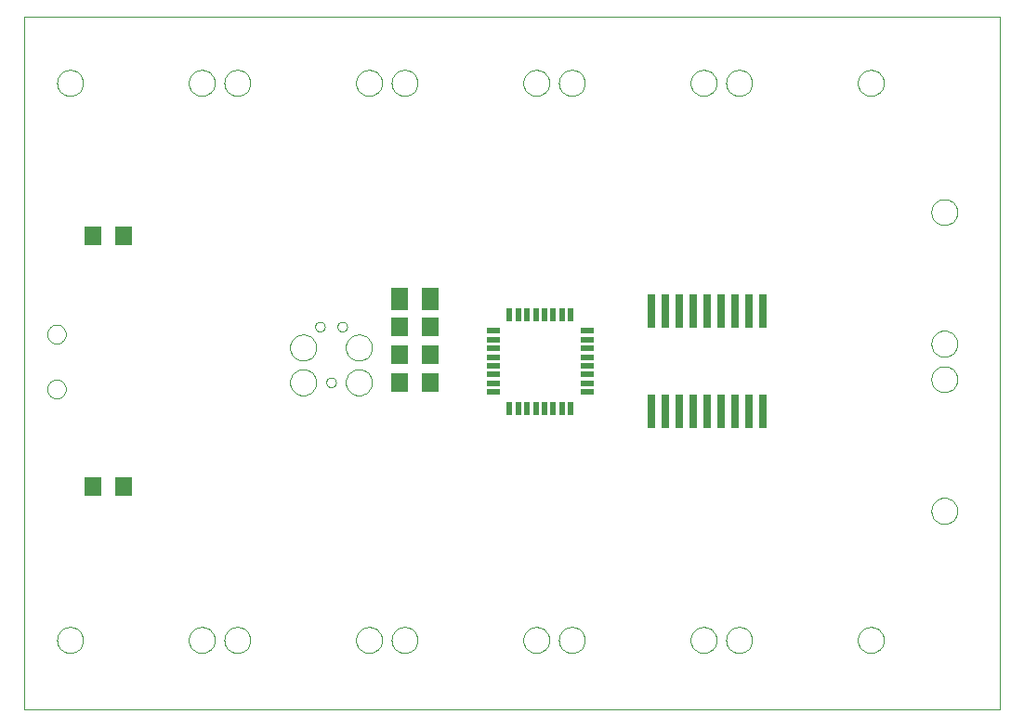
<source format=gbp>
G75*
G70*
%OFA0B0*%
%FSLAX24Y24*%
%IPPOS*%
%LPD*%
%AMOC8*
5,1,8,0,0,1.08239X$1,22.5*
%
%ADD10C,0.0000*%
%ADD11R,0.0500X0.0220*%
%ADD12R,0.0220X0.0500*%
%ADD13R,0.0630X0.0787*%
%ADD14R,0.0630X0.0709*%
%ADD15R,0.0260X0.1200*%
D10*
X000349Y000100D02*
X000349Y024971D01*
X035344Y024971D01*
X035344Y000100D01*
X000349Y000100D01*
X001522Y002600D02*
X001524Y002643D01*
X001530Y002685D01*
X001540Y002727D01*
X001553Y002768D01*
X001571Y002807D01*
X001592Y002845D01*
X001616Y002880D01*
X001643Y002913D01*
X001674Y002944D01*
X001707Y002971D01*
X001742Y002995D01*
X001780Y003016D01*
X001819Y003034D01*
X001860Y003047D01*
X001902Y003057D01*
X001944Y003063D01*
X001987Y003065D01*
X002030Y003063D01*
X002072Y003057D01*
X002114Y003047D01*
X002155Y003034D01*
X002194Y003016D01*
X002232Y002995D01*
X002267Y002971D01*
X002300Y002944D01*
X002331Y002913D01*
X002358Y002880D01*
X002382Y002845D01*
X002403Y002807D01*
X002421Y002768D01*
X002434Y002727D01*
X002444Y002685D01*
X002450Y002643D01*
X002452Y002600D01*
X002450Y002557D01*
X002444Y002515D01*
X002434Y002473D01*
X002421Y002432D01*
X002403Y002393D01*
X002382Y002355D01*
X002358Y002320D01*
X002331Y002287D01*
X002300Y002256D01*
X002267Y002229D01*
X002232Y002205D01*
X002194Y002184D01*
X002155Y002166D01*
X002114Y002153D01*
X002072Y002143D01*
X002030Y002137D01*
X001987Y002135D01*
X001944Y002137D01*
X001902Y002143D01*
X001860Y002153D01*
X001819Y002166D01*
X001780Y002184D01*
X001742Y002205D01*
X001707Y002229D01*
X001674Y002256D01*
X001643Y002287D01*
X001616Y002320D01*
X001592Y002355D01*
X001571Y002393D01*
X001553Y002432D01*
X001540Y002473D01*
X001530Y002515D01*
X001524Y002557D01*
X001522Y002600D01*
X006247Y002600D02*
X006249Y002643D01*
X006255Y002685D01*
X006265Y002727D01*
X006278Y002768D01*
X006296Y002807D01*
X006317Y002845D01*
X006341Y002880D01*
X006368Y002913D01*
X006399Y002944D01*
X006432Y002971D01*
X006467Y002995D01*
X006505Y003016D01*
X006544Y003034D01*
X006585Y003047D01*
X006627Y003057D01*
X006669Y003063D01*
X006712Y003065D01*
X006755Y003063D01*
X006797Y003057D01*
X006839Y003047D01*
X006880Y003034D01*
X006919Y003016D01*
X006957Y002995D01*
X006992Y002971D01*
X007025Y002944D01*
X007056Y002913D01*
X007083Y002880D01*
X007107Y002845D01*
X007128Y002807D01*
X007146Y002768D01*
X007159Y002727D01*
X007169Y002685D01*
X007175Y002643D01*
X007177Y002600D01*
X007175Y002557D01*
X007169Y002515D01*
X007159Y002473D01*
X007146Y002432D01*
X007128Y002393D01*
X007107Y002355D01*
X007083Y002320D01*
X007056Y002287D01*
X007025Y002256D01*
X006992Y002229D01*
X006957Y002205D01*
X006919Y002184D01*
X006880Y002166D01*
X006839Y002153D01*
X006797Y002143D01*
X006755Y002137D01*
X006712Y002135D01*
X006669Y002137D01*
X006627Y002143D01*
X006585Y002153D01*
X006544Y002166D01*
X006505Y002184D01*
X006467Y002205D01*
X006432Y002229D01*
X006399Y002256D01*
X006368Y002287D01*
X006341Y002320D01*
X006317Y002355D01*
X006296Y002393D01*
X006278Y002432D01*
X006265Y002473D01*
X006255Y002515D01*
X006249Y002557D01*
X006247Y002600D01*
X007522Y002600D02*
X007524Y002643D01*
X007530Y002685D01*
X007540Y002727D01*
X007553Y002768D01*
X007571Y002807D01*
X007592Y002845D01*
X007616Y002880D01*
X007643Y002913D01*
X007674Y002944D01*
X007707Y002971D01*
X007742Y002995D01*
X007780Y003016D01*
X007819Y003034D01*
X007860Y003047D01*
X007902Y003057D01*
X007944Y003063D01*
X007987Y003065D01*
X008030Y003063D01*
X008072Y003057D01*
X008114Y003047D01*
X008155Y003034D01*
X008194Y003016D01*
X008232Y002995D01*
X008267Y002971D01*
X008300Y002944D01*
X008331Y002913D01*
X008358Y002880D01*
X008382Y002845D01*
X008403Y002807D01*
X008421Y002768D01*
X008434Y002727D01*
X008444Y002685D01*
X008450Y002643D01*
X008452Y002600D01*
X008450Y002557D01*
X008444Y002515D01*
X008434Y002473D01*
X008421Y002432D01*
X008403Y002393D01*
X008382Y002355D01*
X008358Y002320D01*
X008331Y002287D01*
X008300Y002256D01*
X008267Y002229D01*
X008232Y002205D01*
X008194Y002184D01*
X008155Y002166D01*
X008114Y002153D01*
X008072Y002143D01*
X008030Y002137D01*
X007987Y002135D01*
X007944Y002137D01*
X007902Y002143D01*
X007860Y002153D01*
X007819Y002166D01*
X007780Y002184D01*
X007742Y002205D01*
X007707Y002229D01*
X007674Y002256D01*
X007643Y002287D01*
X007616Y002320D01*
X007592Y002355D01*
X007571Y002393D01*
X007553Y002432D01*
X007540Y002473D01*
X007530Y002515D01*
X007524Y002557D01*
X007522Y002600D01*
X012247Y002600D02*
X012249Y002643D01*
X012255Y002685D01*
X012265Y002727D01*
X012278Y002768D01*
X012296Y002807D01*
X012317Y002845D01*
X012341Y002880D01*
X012368Y002913D01*
X012399Y002944D01*
X012432Y002971D01*
X012467Y002995D01*
X012505Y003016D01*
X012544Y003034D01*
X012585Y003047D01*
X012627Y003057D01*
X012669Y003063D01*
X012712Y003065D01*
X012755Y003063D01*
X012797Y003057D01*
X012839Y003047D01*
X012880Y003034D01*
X012919Y003016D01*
X012957Y002995D01*
X012992Y002971D01*
X013025Y002944D01*
X013056Y002913D01*
X013083Y002880D01*
X013107Y002845D01*
X013128Y002807D01*
X013146Y002768D01*
X013159Y002727D01*
X013169Y002685D01*
X013175Y002643D01*
X013177Y002600D01*
X013175Y002557D01*
X013169Y002515D01*
X013159Y002473D01*
X013146Y002432D01*
X013128Y002393D01*
X013107Y002355D01*
X013083Y002320D01*
X013056Y002287D01*
X013025Y002256D01*
X012992Y002229D01*
X012957Y002205D01*
X012919Y002184D01*
X012880Y002166D01*
X012839Y002153D01*
X012797Y002143D01*
X012755Y002137D01*
X012712Y002135D01*
X012669Y002137D01*
X012627Y002143D01*
X012585Y002153D01*
X012544Y002166D01*
X012505Y002184D01*
X012467Y002205D01*
X012432Y002229D01*
X012399Y002256D01*
X012368Y002287D01*
X012341Y002320D01*
X012317Y002355D01*
X012296Y002393D01*
X012278Y002432D01*
X012265Y002473D01*
X012255Y002515D01*
X012249Y002557D01*
X012247Y002600D01*
X013522Y002600D02*
X013524Y002643D01*
X013530Y002685D01*
X013540Y002727D01*
X013553Y002768D01*
X013571Y002807D01*
X013592Y002845D01*
X013616Y002880D01*
X013643Y002913D01*
X013674Y002944D01*
X013707Y002971D01*
X013742Y002995D01*
X013780Y003016D01*
X013819Y003034D01*
X013860Y003047D01*
X013902Y003057D01*
X013944Y003063D01*
X013987Y003065D01*
X014030Y003063D01*
X014072Y003057D01*
X014114Y003047D01*
X014155Y003034D01*
X014194Y003016D01*
X014232Y002995D01*
X014267Y002971D01*
X014300Y002944D01*
X014331Y002913D01*
X014358Y002880D01*
X014382Y002845D01*
X014403Y002807D01*
X014421Y002768D01*
X014434Y002727D01*
X014444Y002685D01*
X014450Y002643D01*
X014452Y002600D01*
X014450Y002557D01*
X014444Y002515D01*
X014434Y002473D01*
X014421Y002432D01*
X014403Y002393D01*
X014382Y002355D01*
X014358Y002320D01*
X014331Y002287D01*
X014300Y002256D01*
X014267Y002229D01*
X014232Y002205D01*
X014194Y002184D01*
X014155Y002166D01*
X014114Y002153D01*
X014072Y002143D01*
X014030Y002137D01*
X013987Y002135D01*
X013944Y002137D01*
X013902Y002143D01*
X013860Y002153D01*
X013819Y002166D01*
X013780Y002184D01*
X013742Y002205D01*
X013707Y002229D01*
X013674Y002256D01*
X013643Y002287D01*
X013616Y002320D01*
X013592Y002355D01*
X013571Y002393D01*
X013553Y002432D01*
X013540Y002473D01*
X013530Y002515D01*
X013524Y002557D01*
X013522Y002600D01*
X018247Y002600D02*
X018249Y002643D01*
X018255Y002685D01*
X018265Y002727D01*
X018278Y002768D01*
X018296Y002807D01*
X018317Y002845D01*
X018341Y002880D01*
X018368Y002913D01*
X018399Y002944D01*
X018432Y002971D01*
X018467Y002995D01*
X018505Y003016D01*
X018544Y003034D01*
X018585Y003047D01*
X018627Y003057D01*
X018669Y003063D01*
X018712Y003065D01*
X018755Y003063D01*
X018797Y003057D01*
X018839Y003047D01*
X018880Y003034D01*
X018919Y003016D01*
X018957Y002995D01*
X018992Y002971D01*
X019025Y002944D01*
X019056Y002913D01*
X019083Y002880D01*
X019107Y002845D01*
X019128Y002807D01*
X019146Y002768D01*
X019159Y002727D01*
X019169Y002685D01*
X019175Y002643D01*
X019177Y002600D01*
X019175Y002557D01*
X019169Y002515D01*
X019159Y002473D01*
X019146Y002432D01*
X019128Y002393D01*
X019107Y002355D01*
X019083Y002320D01*
X019056Y002287D01*
X019025Y002256D01*
X018992Y002229D01*
X018957Y002205D01*
X018919Y002184D01*
X018880Y002166D01*
X018839Y002153D01*
X018797Y002143D01*
X018755Y002137D01*
X018712Y002135D01*
X018669Y002137D01*
X018627Y002143D01*
X018585Y002153D01*
X018544Y002166D01*
X018505Y002184D01*
X018467Y002205D01*
X018432Y002229D01*
X018399Y002256D01*
X018368Y002287D01*
X018341Y002320D01*
X018317Y002355D01*
X018296Y002393D01*
X018278Y002432D01*
X018265Y002473D01*
X018255Y002515D01*
X018249Y002557D01*
X018247Y002600D01*
X019522Y002600D02*
X019524Y002643D01*
X019530Y002685D01*
X019540Y002727D01*
X019553Y002768D01*
X019571Y002807D01*
X019592Y002845D01*
X019616Y002880D01*
X019643Y002913D01*
X019674Y002944D01*
X019707Y002971D01*
X019742Y002995D01*
X019780Y003016D01*
X019819Y003034D01*
X019860Y003047D01*
X019902Y003057D01*
X019944Y003063D01*
X019987Y003065D01*
X020030Y003063D01*
X020072Y003057D01*
X020114Y003047D01*
X020155Y003034D01*
X020194Y003016D01*
X020232Y002995D01*
X020267Y002971D01*
X020300Y002944D01*
X020331Y002913D01*
X020358Y002880D01*
X020382Y002845D01*
X020403Y002807D01*
X020421Y002768D01*
X020434Y002727D01*
X020444Y002685D01*
X020450Y002643D01*
X020452Y002600D01*
X020450Y002557D01*
X020444Y002515D01*
X020434Y002473D01*
X020421Y002432D01*
X020403Y002393D01*
X020382Y002355D01*
X020358Y002320D01*
X020331Y002287D01*
X020300Y002256D01*
X020267Y002229D01*
X020232Y002205D01*
X020194Y002184D01*
X020155Y002166D01*
X020114Y002153D01*
X020072Y002143D01*
X020030Y002137D01*
X019987Y002135D01*
X019944Y002137D01*
X019902Y002143D01*
X019860Y002153D01*
X019819Y002166D01*
X019780Y002184D01*
X019742Y002205D01*
X019707Y002229D01*
X019674Y002256D01*
X019643Y002287D01*
X019616Y002320D01*
X019592Y002355D01*
X019571Y002393D01*
X019553Y002432D01*
X019540Y002473D01*
X019530Y002515D01*
X019524Y002557D01*
X019522Y002600D01*
X024247Y002600D02*
X024249Y002643D01*
X024255Y002685D01*
X024265Y002727D01*
X024278Y002768D01*
X024296Y002807D01*
X024317Y002845D01*
X024341Y002880D01*
X024368Y002913D01*
X024399Y002944D01*
X024432Y002971D01*
X024467Y002995D01*
X024505Y003016D01*
X024544Y003034D01*
X024585Y003047D01*
X024627Y003057D01*
X024669Y003063D01*
X024712Y003065D01*
X024755Y003063D01*
X024797Y003057D01*
X024839Y003047D01*
X024880Y003034D01*
X024919Y003016D01*
X024957Y002995D01*
X024992Y002971D01*
X025025Y002944D01*
X025056Y002913D01*
X025083Y002880D01*
X025107Y002845D01*
X025128Y002807D01*
X025146Y002768D01*
X025159Y002727D01*
X025169Y002685D01*
X025175Y002643D01*
X025177Y002600D01*
X025175Y002557D01*
X025169Y002515D01*
X025159Y002473D01*
X025146Y002432D01*
X025128Y002393D01*
X025107Y002355D01*
X025083Y002320D01*
X025056Y002287D01*
X025025Y002256D01*
X024992Y002229D01*
X024957Y002205D01*
X024919Y002184D01*
X024880Y002166D01*
X024839Y002153D01*
X024797Y002143D01*
X024755Y002137D01*
X024712Y002135D01*
X024669Y002137D01*
X024627Y002143D01*
X024585Y002153D01*
X024544Y002166D01*
X024505Y002184D01*
X024467Y002205D01*
X024432Y002229D01*
X024399Y002256D01*
X024368Y002287D01*
X024341Y002320D01*
X024317Y002355D01*
X024296Y002393D01*
X024278Y002432D01*
X024265Y002473D01*
X024255Y002515D01*
X024249Y002557D01*
X024247Y002600D01*
X025522Y002600D02*
X025524Y002643D01*
X025530Y002685D01*
X025540Y002727D01*
X025553Y002768D01*
X025571Y002807D01*
X025592Y002845D01*
X025616Y002880D01*
X025643Y002913D01*
X025674Y002944D01*
X025707Y002971D01*
X025742Y002995D01*
X025780Y003016D01*
X025819Y003034D01*
X025860Y003047D01*
X025902Y003057D01*
X025944Y003063D01*
X025987Y003065D01*
X026030Y003063D01*
X026072Y003057D01*
X026114Y003047D01*
X026155Y003034D01*
X026194Y003016D01*
X026232Y002995D01*
X026267Y002971D01*
X026300Y002944D01*
X026331Y002913D01*
X026358Y002880D01*
X026382Y002845D01*
X026403Y002807D01*
X026421Y002768D01*
X026434Y002727D01*
X026444Y002685D01*
X026450Y002643D01*
X026452Y002600D01*
X026450Y002557D01*
X026444Y002515D01*
X026434Y002473D01*
X026421Y002432D01*
X026403Y002393D01*
X026382Y002355D01*
X026358Y002320D01*
X026331Y002287D01*
X026300Y002256D01*
X026267Y002229D01*
X026232Y002205D01*
X026194Y002184D01*
X026155Y002166D01*
X026114Y002153D01*
X026072Y002143D01*
X026030Y002137D01*
X025987Y002135D01*
X025944Y002137D01*
X025902Y002143D01*
X025860Y002153D01*
X025819Y002166D01*
X025780Y002184D01*
X025742Y002205D01*
X025707Y002229D01*
X025674Y002256D01*
X025643Y002287D01*
X025616Y002320D01*
X025592Y002355D01*
X025571Y002393D01*
X025553Y002432D01*
X025540Y002473D01*
X025530Y002515D01*
X025524Y002557D01*
X025522Y002600D01*
X030247Y002600D02*
X030249Y002643D01*
X030255Y002685D01*
X030265Y002727D01*
X030278Y002768D01*
X030296Y002807D01*
X030317Y002845D01*
X030341Y002880D01*
X030368Y002913D01*
X030399Y002944D01*
X030432Y002971D01*
X030467Y002995D01*
X030505Y003016D01*
X030544Y003034D01*
X030585Y003047D01*
X030627Y003057D01*
X030669Y003063D01*
X030712Y003065D01*
X030755Y003063D01*
X030797Y003057D01*
X030839Y003047D01*
X030880Y003034D01*
X030919Y003016D01*
X030957Y002995D01*
X030992Y002971D01*
X031025Y002944D01*
X031056Y002913D01*
X031083Y002880D01*
X031107Y002845D01*
X031128Y002807D01*
X031146Y002768D01*
X031159Y002727D01*
X031169Y002685D01*
X031175Y002643D01*
X031177Y002600D01*
X031175Y002557D01*
X031169Y002515D01*
X031159Y002473D01*
X031146Y002432D01*
X031128Y002393D01*
X031107Y002355D01*
X031083Y002320D01*
X031056Y002287D01*
X031025Y002256D01*
X030992Y002229D01*
X030957Y002205D01*
X030919Y002184D01*
X030880Y002166D01*
X030839Y002153D01*
X030797Y002143D01*
X030755Y002137D01*
X030712Y002135D01*
X030669Y002137D01*
X030627Y002143D01*
X030585Y002153D01*
X030544Y002166D01*
X030505Y002184D01*
X030467Y002205D01*
X030432Y002229D01*
X030399Y002256D01*
X030368Y002287D01*
X030341Y002320D01*
X030317Y002355D01*
X030296Y002393D01*
X030278Y002432D01*
X030265Y002473D01*
X030255Y002515D01*
X030249Y002557D01*
X030247Y002600D01*
X032884Y007238D02*
X032886Y007281D01*
X032892Y007323D01*
X032902Y007365D01*
X032915Y007406D01*
X032933Y007445D01*
X032954Y007483D01*
X032978Y007518D01*
X033005Y007551D01*
X033036Y007582D01*
X033069Y007609D01*
X033104Y007633D01*
X033142Y007654D01*
X033181Y007672D01*
X033222Y007685D01*
X033264Y007695D01*
X033306Y007701D01*
X033349Y007703D01*
X033392Y007701D01*
X033434Y007695D01*
X033476Y007685D01*
X033517Y007672D01*
X033556Y007654D01*
X033594Y007633D01*
X033629Y007609D01*
X033662Y007582D01*
X033693Y007551D01*
X033720Y007518D01*
X033744Y007483D01*
X033765Y007445D01*
X033783Y007406D01*
X033796Y007365D01*
X033806Y007323D01*
X033812Y007281D01*
X033814Y007238D01*
X033812Y007195D01*
X033806Y007153D01*
X033796Y007111D01*
X033783Y007070D01*
X033765Y007031D01*
X033744Y006993D01*
X033720Y006958D01*
X033693Y006925D01*
X033662Y006894D01*
X033629Y006867D01*
X033594Y006843D01*
X033556Y006822D01*
X033517Y006804D01*
X033476Y006791D01*
X033434Y006781D01*
X033392Y006775D01*
X033349Y006773D01*
X033306Y006775D01*
X033264Y006781D01*
X033222Y006791D01*
X033181Y006804D01*
X033142Y006822D01*
X033104Y006843D01*
X033069Y006867D01*
X033036Y006894D01*
X033005Y006925D01*
X032978Y006958D01*
X032954Y006993D01*
X032933Y007031D01*
X032915Y007070D01*
X032902Y007111D01*
X032892Y007153D01*
X032886Y007195D01*
X032884Y007238D01*
X032884Y011962D02*
X032886Y012005D01*
X032892Y012047D01*
X032902Y012089D01*
X032915Y012130D01*
X032933Y012169D01*
X032954Y012207D01*
X032978Y012242D01*
X033005Y012275D01*
X033036Y012306D01*
X033069Y012333D01*
X033104Y012357D01*
X033142Y012378D01*
X033181Y012396D01*
X033222Y012409D01*
X033264Y012419D01*
X033306Y012425D01*
X033349Y012427D01*
X033392Y012425D01*
X033434Y012419D01*
X033476Y012409D01*
X033517Y012396D01*
X033556Y012378D01*
X033594Y012357D01*
X033629Y012333D01*
X033662Y012306D01*
X033693Y012275D01*
X033720Y012242D01*
X033744Y012207D01*
X033765Y012169D01*
X033783Y012130D01*
X033796Y012089D01*
X033806Y012047D01*
X033812Y012005D01*
X033814Y011962D01*
X033812Y011919D01*
X033806Y011877D01*
X033796Y011835D01*
X033783Y011794D01*
X033765Y011755D01*
X033744Y011717D01*
X033720Y011682D01*
X033693Y011649D01*
X033662Y011618D01*
X033629Y011591D01*
X033594Y011567D01*
X033556Y011546D01*
X033517Y011528D01*
X033476Y011515D01*
X033434Y011505D01*
X033392Y011499D01*
X033349Y011497D01*
X033306Y011499D01*
X033264Y011505D01*
X033222Y011515D01*
X033181Y011528D01*
X033142Y011546D01*
X033104Y011567D01*
X033069Y011591D01*
X033036Y011618D01*
X033005Y011649D01*
X032978Y011682D01*
X032954Y011717D01*
X032933Y011755D01*
X032915Y011794D01*
X032902Y011835D01*
X032892Y011877D01*
X032886Y011919D01*
X032884Y011962D01*
X032884Y013238D02*
X032886Y013281D01*
X032892Y013323D01*
X032902Y013365D01*
X032915Y013406D01*
X032933Y013445D01*
X032954Y013483D01*
X032978Y013518D01*
X033005Y013551D01*
X033036Y013582D01*
X033069Y013609D01*
X033104Y013633D01*
X033142Y013654D01*
X033181Y013672D01*
X033222Y013685D01*
X033264Y013695D01*
X033306Y013701D01*
X033349Y013703D01*
X033392Y013701D01*
X033434Y013695D01*
X033476Y013685D01*
X033517Y013672D01*
X033556Y013654D01*
X033594Y013633D01*
X033629Y013609D01*
X033662Y013582D01*
X033693Y013551D01*
X033720Y013518D01*
X033744Y013483D01*
X033765Y013445D01*
X033783Y013406D01*
X033796Y013365D01*
X033806Y013323D01*
X033812Y013281D01*
X033814Y013238D01*
X033812Y013195D01*
X033806Y013153D01*
X033796Y013111D01*
X033783Y013070D01*
X033765Y013031D01*
X033744Y012993D01*
X033720Y012958D01*
X033693Y012925D01*
X033662Y012894D01*
X033629Y012867D01*
X033594Y012843D01*
X033556Y012822D01*
X033517Y012804D01*
X033476Y012791D01*
X033434Y012781D01*
X033392Y012775D01*
X033349Y012773D01*
X033306Y012775D01*
X033264Y012781D01*
X033222Y012791D01*
X033181Y012804D01*
X033142Y012822D01*
X033104Y012843D01*
X033069Y012867D01*
X033036Y012894D01*
X033005Y012925D01*
X032978Y012958D01*
X032954Y012993D01*
X032933Y013031D01*
X032915Y013070D01*
X032902Y013111D01*
X032892Y013153D01*
X032886Y013195D01*
X032884Y013238D01*
X032884Y017962D02*
X032886Y018005D01*
X032892Y018047D01*
X032902Y018089D01*
X032915Y018130D01*
X032933Y018169D01*
X032954Y018207D01*
X032978Y018242D01*
X033005Y018275D01*
X033036Y018306D01*
X033069Y018333D01*
X033104Y018357D01*
X033142Y018378D01*
X033181Y018396D01*
X033222Y018409D01*
X033264Y018419D01*
X033306Y018425D01*
X033349Y018427D01*
X033392Y018425D01*
X033434Y018419D01*
X033476Y018409D01*
X033517Y018396D01*
X033556Y018378D01*
X033594Y018357D01*
X033629Y018333D01*
X033662Y018306D01*
X033693Y018275D01*
X033720Y018242D01*
X033744Y018207D01*
X033765Y018169D01*
X033783Y018130D01*
X033796Y018089D01*
X033806Y018047D01*
X033812Y018005D01*
X033814Y017962D01*
X033812Y017919D01*
X033806Y017877D01*
X033796Y017835D01*
X033783Y017794D01*
X033765Y017755D01*
X033744Y017717D01*
X033720Y017682D01*
X033693Y017649D01*
X033662Y017618D01*
X033629Y017591D01*
X033594Y017567D01*
X033556Y017546D01*
X033517Y017528D01*
X033476Y017515D01*
X033434Y017505D01*
X033392Y017499D01*
X033349Y017497D01*
X033306Y017499D01*
X033264Y017505D01*
X033222Y017515D01*
X033181Y017528D01*
X033142Y017546D01*
X033104Y017567D01*
X033069Y017591D01*
X033036Y017618D01*
X033005Y017649D01*
X032978Y017682D01*
X032954Y017717D01*
X032933Y017755D01*
X032915Y017794D01*
X032902Y017835D01*
X032892Y017877D01*
X032886Y017919D01*
X032884Y017962D01*
X030247Y022600D02*
X030249Y022643D01*
X030255Y022685D01*
X030265Y022727D01*
X030278Y022768D01*
X030296Y022807D01*
X030317Y022845D01*
X030341Y022880D01*
X030368Y022913D01*
X030399Y022944D01*
X030432Y022971D01*
X030467Y022995D01*
X030505Y023016D01*
X030544Y023034D01*
X030585Y023047D01*
X030627Y023057D01*
X030669Y023063D01*
X030712Y023065D01*
X030755Y023063D01*
X030797Y023057D01*
X030839Y023047D01*
X030880Y023034D01*
X030919Y023016D01*
X030957Y022995D01*
X030992Y022971D01*
X031025Y022944D01*
X031056Y022913D01*
X031083Y022880D01*
X031107Y022845D01*
X031128Y022807D01*
X031146Y022768D01*
X031159Y022727D01*
X031169Y022685D01*
X031175Y022643D01*
X031177Y022600D01*
X031175Y022557D01*
X031169Y022515D01*
X031159Y022473D01*
X031146Y022432D01*
X031128Y022393D01*
X031107Y022355D01*
X031083Y022320D01*
X031056Y022287D01*
X031025Y022256D01*
X030992Y022229D01*
X030957Y022205D01*
X030919Y022184D01*
X030880Y022166D01*
X030839Y022153D01*
X030797Y022143D01*
X030755Y022137D01*
X030712Y022135D01*
X030669Y022137D01*
X030627Y022143D01*
X030585Y022153D01*
X030544Y022166D01*
X030505Y022184D01*
X030467Y022205D01*
X030432Y022229D01*
X030399Y022256D01*
X030368Y022287D01*
X030341Y022320D01*
X030317Y022355D01*
X030296Y022393D01*
X030278Y022432D01*
X030265Y022473D01*
X030255Y022515D01*
X030249Y022557D01*
X030247Y022600D01*
X025522Y022600D02*
X025524Y022643D01*
X025530Y022685D01*
X025540Y022727D01*
X025553Y022768D01*
X025571Y022807D01*
X025592Y022845D01*
X025616Y022880D01*
X025643Y022913D01*
X025674Y022944D01*
X025707Y022971D01*
X025742Y022995D01*
X025780Y023016D01*
X025819Y023034D01*
X025860Y023047D01*
X025902Y023057D01*
X025944Y023063D01*
X025987Y023065D01*
X026030Y023063D01*
X026072Y023057D01*
X026114Y023047D01*
X026155Y023034D01*
X026194Y023016D01*
X026232Y022995D01*
X026267Y022971D01*
X026300Y022944D01*
X026331Y022913D01*
X026358Y022880D01*
X026382Y022845D01*
X026403Y022807D01*
X026421Y022768D01*
X026434Y022727D01*
X026444Y022685D01*
X026450Y022643D01*
X026452Y022600D01*
X026450Y022557D01*
X026444Y022515D01*
X026434Y022473D01*
X026421Y022432D01*
X026403Y022393D01*
X026382Y022355D01*
X026358Y022320D01*
X026331Y022287D01*
X026300Y022256D01*
X026267Y022229D01*
X026232Y022205D01*
X026194Y022184D01*
X026155Y022166D01*
X026114Y022153D01*
X026072Y022143D01*
X026030Y022137D01*
X025987Y022135D01*
X025944Y022137D01*
X025902Y022143D01*
X025860Y022153D01*
X025819Y022166D01*
X025780Y022184D01*
X025742Y022205D01*
X025707Y022229D01*
X025674Y022256D01*
X025643Y022287D01*
X025616Y022320D01*
X025592Y022355D01*
X025571Y022393D01*
X025553Y022432D01*
X025540Y022473D01*
X025530Y022515D01*
X025524Y022557D01*
X025522Y022600D01*
X024247Y022600D02*
X024249Y022643D01*
X024255Y022685D01*
X024265Y022727D01*
X024278Y022768D01*
X024296Y022807D01*
X024317Y022845D01*
X024341Y022880D01*
X024368Y022913D01*
X024399Y022944D01*
X024432Y022971D01*
X024467Y022995D01*
X024505Y023016D01*
X024544Y023034D01*
X024585Y023047D01*
X024627Y023057D01*
X024669Y023063D01*
X024712Y023065D01*
X024755Y023063D01*
X024797Y023057D01*
X024839Y023047D01*
X024880Y023034D01*
X024919Y023016D01*
X024957Y022995D01*
X024992Y022971D01*
X025025Y022944D01*
X025056Y022913D01*
X025083Y022880D01*
X025107Y022845D01*
X025128Y022807D01*
X025146Y022768D01*
X025159Y022727D01*
X025169Y022685D01*
X025175Y022643D01*
X025177Y022600D01*
X025175Y022557D01*
X025169Y022515D01*
X025159Y022473D01*
X025146Y022432D01*
X025128Y022393D01*
X025107Y022355D01*
X025083Y022320D01*
X025056Y022287D01*
X025025Y022256D01*
X024992Y022229D01*
X024957Y022205D01*
X024919Y022184D01*
X024880Y022166D01*
X024839Y022153D01*
X024797Y022143D01*
X024755Y022137D01*
X024712Y022135D01*
X024669Y022137D01*
X024627Y022143D01*
X024585Y022153D01*
X024544Y022166D01*
X024505Y022184D01*
X024467Y022205D01*
X024432Y022229D01*
X024399Y022256D01*
X024368Y022287D01*
X024341Y022320D01*
X024317Y022355D01*
X024296Y022393D01*
X024278Y022432D01*
X024265Y022473D01*
X024255Y022515D01*
X024249Y022557D01*
X024247Y022600D01*
X019522Y022600D02*
X019524Y022643D01*
X019530Y022685D01*
X019540Y022727D01*
X019553Y022768D01*
X019571Y022807D01*
X019592Y022845D01*
X019616Y022880D01*
X019643Y022913D01*
X019674Y022944D01*
X019707Y022971D01*
X019742Y022995D01*
X019780Y023016D01*
X019819Y023034D01*
X019860Y023047D01*
X019902Y023057D01*
X019944Y023063D01*
X019987Y023065D01*
X020030Y023063D01*
X020072Y023057D01*
X020114Y023047D01*
X020155Y023034D01*
X020194Y023016D01*
X020232Y022995D01*
X020267Y022971D01*
X020300Y022944D01*
X020331Y022913D01*
X020358Y022880D01*
X020382Y022845D01*
X020403Y022807D01*
X020421Y022768D01*
X020434Y022727D01*
X020444Y022685D01*
X020450Y022643D01*
X020452Y022600D01*
X020450Y022557D01*
X020444Y022515D01*
X020434Y022473D01*
X020421Y022432D01*
X020403Y022393D01*
X020382Y022355D01*
X020358Y022320D01*
X020331Y022287D01*
X020300Y022256D01*
X020267Y022229D01*
X020232Y022205D01*
X020194Y022184D01*
X020155Y022166D01*
X020114Y022153D01*
X020072Y022143D01*
X020030Y022137D01*
X019987Y022135D01*
X019944Y022137D01*
X019902Y022143D01*
X019860Y022153D01*
X019819Y022166D01*
X019780Y022184D01*
X019742Y022205D01*
X019707Y022229D01*
X019674Y022256D01*
X019643Y022287D01*
X019616Y022320D01*
X019592Y022355D01*
X019571Y022393D01*
X019553Y022432D01*
X019540Y022473D01*
X019530Y022515D01*
X019524Y022557D01*
X019522Y022600D01*
X018247Y022600D02*
X018249Y022643D01*
X018255Y022685D01*
X018265Y022727D01*
X018278Y022768D01*
X018296Y022807D01*
X018317Y022845D01*
X018341Y022880D01*
X018368Y022913D01*
X018399Y022944D01*
X018432Y022971D01*
X018467Y022995D01*
X018505Y023016D01*
X018544Y023034D01*
X018585Y023047D01*
X018627Y023057D01*
X018669Y023063D01*
X018712Y023065D01*
X018755Y023063D01*
X018797Y023057D01*
X018839Y023047D01*
X018880Y023034D01*
X018919Y023016D01*
X018957Y022995D01*
X018992Y022971D01*
X019025Y022944D01*
X019056Y022913D01*
X019083Y022880D01*
X019107Y022845D01*
X019128Y022807D01*
X019146Y022768D01*
X019159Y022727D01*
X019169Y022685D01*
X019175Y022643D01*
X019177Y022600D01*
X019175Y022557D01*
X019169Y022515D01*
X019159Y022473D01*
X019146Y022432D01*
X019128Y022393D01*
X019107Y022355D01*
X019083Y022320D01*
X019056Y022287D01*
X019025Y022256D01*
X018992Y022229D01*
X018957Y022205D01*
X018919Y022184D01*
X018880Y022166D01*
X018839Y022153D01*
X018797Y022143D01*
X018755Y022137D01*
X018712Y022135D01*
X018669Y022137D01*
X018627Y022143D01*
X018585Y022153D01*
X018544Y022166D01*
X018505Y022184D01*
X018467Y022205D01*
X018432Y022229D01*
X018399Y022256D01*
X018368Y022287D01*
X018341Y022320D01*
X018317Y022355D01*
X018296Y022393D01*
X018278Y022432D01*
X018265Y022473D01*
X018255Y022515D01*
X018249Y022557D01*
X018247Y022600D01*
X013522Y022600D02*
X013524Y022643D01*
X013530Y022685D01*
X013540Y022727D01*
X013553Y022768D01*
X013571Y022807D01*
X013592Y022845D01*
X013616Y022880D01*
X013643Y022913D01*
X013674Y022944D01*
X013707Y022971D01*
X013742Y022995D01*
X013780Y023016D01*
X013819Y023034D01*
X013860Y023047D01*
X013902Y023057D01*
X013944Y023063D01*
X013987Y023065D01*
X014030Y023063D01*
X014072Y023057D01*
X014114Y023047D01*
X014155Y023034D01*
X014194Y023016D01*
X014232Y022995D01*
X014267Y022971D01*
X014300Y022944D01*
X014331Y022913D01*
X014358Y022880D01*
X014382Y022845D01*
X014403Y022807D01*
X014421Y022768D01*
X014434Y022727D01*
X014444Y022685D01*
X014450Y022643D01*
X014452Y022600D01*
X014450Y022557D01*
X014444Y022515D01*
X014434Y022473D01*
X014421Y022432D01*
X014403Y022393D01*
X014382Y022355D01*
X014358Y022320D01*
X014331Y022287D01*
X014300Y022256D01*
X014267Y022229D01*
X014232Y022205D01*
X014194Y022184D01*
X014155Y022166D01*
X014114Y022153D01*
X014072Y022143D01*
X014030Y022137D01*
X013987Y022135D01*
X013944Y022137D01*
X013902Y022143D01*
X013860Y022153D01*
X013819Y022166D01*
X013780Y022184D01*
X013742Y022205D01*
X013707Y022229D01*
X013674Y022256D01*
X013643Y022287D01*
X013616Y022320D01*
X013592Y022355D01*
X013571Y022393D01*
X013553Y022432D01*
X013540Y022473D01*
X013530Y022515D01*
X013524Y022557D01*
X013522Y022600D01*
X012247Y022600D02*
X012249Y022643D01*
X012255Y022685D01*
X012265Y022727D01*
X012278Y022768D01*
X012296Y022807D01*
X012317Y022845D01*
X012341Y022880D01*
X012368Y022913D01*
X012399Y022944D01*
X012432Y022971D01*
X012467Y022995D01*
X012505Y023016D01*
X012544Y023034D01*
X012585Y023047D01*
X012627Y023057D01*
X012669Y023063D01*
X012712Y023065D01*
X012755Y023063D01*
X012797Y023057D01*
X012839Y023047D01*
X012880Y023034D01*
X012919Y023016D01*
X012957Y022995D01*
X012992Y022971D01*
X013025Y022944D01*
X013056Y022913D01*
X013083Y022880D01*
X013107Y022845D01*
X013128Y022807D01*
X013146Y022768D01*
X013159Y022727D01*
X013169Y022685D01*
X013175Y022643D01*
X013177Y022600D01*
X013175Y022557D01*
X013169Y022515D01*
X013159Y022473D01*
X013146Y022432D01*
X013128Y022393D01*
X013107Y022355D01*
X013083Y022320D01*
X013056Y022287D01*
X013025Y022256D01*
X012992Y022229D01*
X012957Y022205D01*
X012919Y022184D01*
X012880Y022166D01*
X012839Y022153D01*
X012797Y022143D01*
X012755Y022137D01*
X012712Y022135D01*
X012669Y022137D01*
X012627Y022143D01*
X012585Y022153D01*
X012544Y022166D01*
X012505Y022184D01*
X012467Y022205D01*
X012432Y022229D01*
X012399Y022256D01*
X012368Y022287D01*
X012341Y022320D01*
X012317Y022355D01*
X012296Y022393D01*
X012278Y022432D01*
X012265Y022473D01*
X012255Y022515D01*
X012249Y022557D01*
X012247Y022600D01*
X007522Y022600D02*
X007524Y022643D01*
X007530Y022685D01*
X007540Y022727D01*
X007553Y022768D01*
X007571Y022807D01*
X007592Y022845D01*
X007616Y022880D01*
X007643Y022913D01*
X007674Y022944D01*
X007707Y022971D01*
X007742Y022995D01*
X007780Y023016D01*
X007819Y023034D01*
X007860Y023047D01*
X007902Y023057D01*
X007944Y023063D01*
X007987Y023065D01*
X008030Y023063D01*
X008072Y023057D01*
X008114Y023047D01*
X008155Y023034D01*
X008194Y023016D01*
X008232Y022995D01*
X008267Y022971D01*
X008300Y022944D01*
X008331Y022913D01*
X008358Y022880D01*
X008382Y022845D01*
X008403Y022807D01*
X008421Y022768D01*
X008434Y022727D01*
X008444Y022685D01*
X008450Y022643D01*
X008452Y022600D01*
X008450Y022557D01*
X008444Y022515D01*
X008434Y022473D01*
X008421Y022432D01*
X008403Y022393D01*
X008382Y022355D01*
X008358Y022320D01*
X008331Y022287D01*
X008300Y022256D01*
X008267Y022229D01*
X008232Y022205D01*
X008194Y022184D01*
X008155Y022166D01*
X008114Y022153D01*
X008072Y022143D01*
X008030Y022137D01*
X007987Y022135D01*
X007944Y022137D01*
X007902Y022143D01*
X007860Y022153D01*
X007819Y022166D01*
X007780Y022184D01*
X007742Y022205D01*
X007707Y022229D01*
X007674Y022256D01*
X007643Y022287D01*
X007616Y022320D01*
X007592Y022355D01*
X007571Y022393D01*
X007553Y022432D01*
X007540Y022473D01*
X007530Y022515D01*
X007524Y022557D01*
X007522Y022600D01*
X006247Y022600D02*
X006249Y022643D01*
X006255Y022685D01*
X006265Y022727D01*
X006278Y022768D01*
X006296Y022807D01*
X006317Y022845D01*
X006341Y022880D01*
X006368Y022913D01*
X006399Y022944D01*
X006432Y022971D01*
X006467Y022995D01*
X006505Y023016D01*
X006544Y023034D01*
X006585Y023047D01*
X006627Y023057D01*
X006669Y023063D01*
X006712Y023065D01*
X006755Y023063D01*
X006797Y023057D01*
X006839Y023047D01*
X006880Y023034D01*
X006919Y023016D01*
X006957Y022995D01*
X006992Y022971D01*
X007025Y022944D01*
X007056Y022913D01*
X007083Y022880D01*
X007107Y022845D01*
X007128Y022807D01*
X007146Y022768D01*
X007159Y022727D01*
X007169Y022685D01*
X007175Y022643D01*
X007177Y022600D01*
X007175Y022557D01*
X007169Y022515D01*
X007159Y022473D01*
X007146Y022432D01*
X007128Y022393D01*
X007107Y022355D01*
X007083Y022320D01*
X007056Y022287D01*
X007025Y022256D01*
X006992Y022229D01*
X006957Y022205D01*
X006919Y022184D01*
X006880Y022166D01*
X006839Y022153D01*
X006797Y022143D01*
X006755Y022137D01*
X006712Y022135D01*
X006669Y022137D01*
X006627Y022143D01*
X006585Y022153D01*
X006544Y022166D01*
X006505Y022184D01*
X006467Y022205D01*
X006432Y022229D01*
X006399Y022256D01*
X006368Y022287D01*
X006341Y022320D01*
X006317Y022355D01*
X006296Y022393D01*
X006278Y022432D01*
X006265Y022473D01*
X006255Y022515D01*
X006249Y022557D01*
X006247Y022600D01*
X001522Y022600D02*
X001524Y022643D01*
X001530Y022685D01*
X001540Y022727D01*
X001553Y022768D01*
X001571Y022807D01*
X001592Y022845D01*
X001616Y022880D01*
X001643Y022913D01*
X001674Y022944D01*
X001707Y022971D01*
X001742Y022995D01*
X001780Y023016D01*
X001819Y023034D01*
X001860Y023047D01*
X001902Y023057D01*
X001944Y023063D01*
X001987Y023065D01*
X002030Y023063D01*
X002072Y023057D01*
X002114Y023047D01*
X002155Y023034D01*
X002194Y023016D01*
X002232Y022995D01*
X002267Y022971D01*
X002300Y022944D01*
X002331Y022913D01*
X002358Y022880D01*
X002382Y022845D01*
X002403Y022807D01*
X002421Y022768D01*
X002434Y022727D01*
X002444Y022685D01*
X002450Y022643D01*
X002452Y022600D01*
X002450Y022557D01*
X002444Y022515D01*
X002434Y022473D01*
X002421Y022432D01*
X002403Y022393D01*
X002382Y022355D01*
X002358Y022320D01*
X002331Y022287D01*
X002300Y022256D01*
X002267Y022229D01*
X002232Y022205D01*
X002194Y022184D01*
X002155Y022166D01*
X002114Y022153D01*
X002072Y022143D01*
X002030Y022137D01*
X001987Y022135D01*
X001944Y022137D01*
X001902Y022143D01*
X001860Y022153D01*
X001819Y022166D01*
X001780Y022184D01*
X001742Y022205D01*
X001707Y022229D01*
X001674Y022256D01*
X001643Y022287D01*
X001616Y022320D01*
X001592Y022355D01*
X001571Y022393D01*
X001553Y022432D01*
X001540Y022473D01*
X001530Y022515D01*
X001524Y022557D01*
X001522Y022600D01*
X010774Y013850D02*
X010776Y013876D01*
X010782Y013902D01*
X010791Y013926D01*
X010804Y013949D01*
X010821Y013969D01*
X010840Y013987D01*
X010862Y014002D01*
X010885Y014013D01*
X010910Y014021D01*
X010936Y014025D01*
X010962Y014025D01*
X010988Y014021D01*
X011013Y014013D01*
X011037Y014002D01*
X011058Y013987D01*
X011077Y013969D01*
X011094Y013949D01*
X011107Y013926D01*
X011116Y013902D01*
X011122Y013876D01*
X011124Y013850D01*
X011122Y013824D01*
X011116Y013798D01*
X011107Y013774D01*
X011094Y013751D01*
X011077Y013731D01*
X011058Y013713D01*
X011036Y013698D01*
X011013Y013687D01*
X010988Y013679D01*
X010962Y013675D01*
X010936Y013675D01*
X010910Y013679D01*
X010885Y013687D01*
X010861Y013698D01*
X010840Y013713D01*
X010821Y013731D01*
X010804Y013751D01*
X010791Y013774D01*
X010782Y013798D01*
X010776Y013824D01*
X010774Y013850D01*
X011574Y013850D02*
X011576Y013876D01*
X011582Y013902D01*
X011591Y013926D01*
X011604Y013949D01*
X011621Y013969D01*
X011640Y013987D01*
X011662Y014002D01*
X011685Y014013D01*
X011710Y014021D01*
X011736Y014025D01*
X011762Y014025D01*
X011788Y014021D01*
X011813Y014013D01*
X011837Y014002D01*
X011858Y013987D01*
X011877Y013969D01*
X011894Y013949D01*
X011907Y013926D01*
X011916Y013902D01*
X011922Y013876D01*
X011924Y013850D01*
X011922Y013824D01*
X011916Y013798D01*
X011907Y013774D01*
X011894Y013751D01*
X011877Y013731D01*
X011858Y013713D01*
X011836Y013698D01*
X011813Y013687D01*
X011788Y013679D01*
X011762Y013675D01*
X011736Y013675D01*
X011710Y013679D01*
X011685Y013687D01*
X011661Y013698D01*
X011640Y013713D01*
X011621Y013731D01*
X011604Y013751D01*
X011591Y013774D01*
X011582Y013798D01*
X011576Y013824D01*
X011574Y013850D01*
X011882Y013100D02*
X011884Y013143D01*
X011890Y013186D01*
X011900Y013228D01*
X011914Y013269D01*
X011931Y013308D01*
X011952Y013346D01*
X011976Y013381D01*
X012004Y013415D01*
X012034Y013445D01*
X012068Y013473D01*
X012103Y013497D01*
X012141Y013518D01*
X012180Y013535D01*
X012221Y013549D01*
X012263Y013559D01*
X012306Y013565D01*
X012349Y013567D01*
X012392Y013565D01*
X012435Y013559D01*
X012477Y013549D01*
X012518Y013535D01*
X012557Y013518D01*
X012595Y013497D01*
X012630Y013473D01*
X012664Y013445D01*
X012694Y013415D01*
X012722Y013381D01*
X012746Y013346D01*
X012767Y013308D01*
X012784Y013269D01*
X012798Y013228D01*
X012808Y013186D01*
X012814Y013143D01*
X012816Y013100D01*
X012814Y013057D01*
X012808Y013014D01*
X012798Y012972D01*
X012784Y012931D01*
X012767Y012892D01*
X012746Y012854D01*
X012722Y012819D01*
X012694Y012785D01*
X012664Y012755D01*
X012630Y012727D01*
X012595Y012703D01*
X012557Y012682D01*
X012518Y012665D01*
X012477Y012651D01*
X012435Y012641D01*
X012392Y012635D01*
X012349Y012633D01*
X012306Y012635D01*
X012263Y012641D01*
X012221Y012651D01*
X012180Y012665D01*
X012141Y012682D01*
X012103Y012703D01*
X012068Y012727D01*
X012034Y012755D01*
X012004Y012785D01*
X011976Y012819D01*
X011952Y012854D01*
X011931Y012892D01*
X011914Y012931D01*
X011900Y012972D01*
X011890Y013014D01*
X011884Y013057D01*
X011882Y013100D01*
X011882Y011850D02*
X011884Y011893D01*
X011890Y011936D01*
X011900Y011978D01*
X011914Y012019D01*
X011931Y012058D01*
X011952Y012096D01*
X011976Y012131D01*
X012004Y012165D01*
X012034Y012195D01*
X012068Y012223D01*
X012103Y012247D01*
X012141Y012268D01*
X012180Y012285D01*
X012221Y012299D01*
X012263Y012309D01*
X012306Y012315D01*
X012349Y012317D01*
X012392Y012315D01*
X012435Y012309D01*
X012477Y012299D01*
X012518Y012285D01*
X012557Y012268D01*
X012595Y012247D01*
X012630Y012223D01*
X012664Y012195D01*
X012694Y012165D01*
X012722Y012131D01*
X012746Y012096D01*
X012767Y012058D01*
X012784Y012019D01*
X012798Y011978D01*
X012808Y011936D01*
X012814Y011893D01*
X012816Y011850D01*
X012814Y011807D01*
X012808Y011764D01*
X012798Y011722D01*
X012784Y011681D01*
X012767Y011642D01*
X012746Y011604D01*
X012722Y011569D01*
X012694Y011535D01*
X012664Y011505D01*
X012630Y011477D01*
X012595Y011453D01*
X012557Y011432D01*
X012518Y011415D01*
X012477Y011401D01*
X012435Y011391D01*
X012392Y011385D01*
X012349Y011383D01*
X012306Y011385D01*
X012263Y011391D01*
X012221Y011401D01*
X012180Y011415D01*
X012141Y011432D01*
X012103Y011453D01*
X012068Y011477D01*
X012034Y011505D01*
X012004Y011535D01*
X011976Y011569D01*
X011952Y011604D01*
X011931Y011642D01*
X011914Y011681D01*
X011900Y011722D01*
X011890Y011764D01*
X011884Y011807D01*
X011882Y011850D01*
X011174Y011850D02*
X011176Y011876D01*
X011182Y011902D01*
X011191Y011926D01*
X011204Y011949D01*
X011221Y011969D01*
X011240Y011987D01*
X011262Y012002D01*
X011285Y012013D01*
X011310Y012021D01*
X011336Y012025D01*
X011362Y012025D01*
X011388Y012021D01*
X011413Y012013D01*
X011437Y012002D01*
X011458Y011987D01*
X011477Y011969D01*
X011494Y011949D01*
X011507Y011926D01*
X011516Y011902D01*
X011522Y011876D01*
X011524Y011850D01*
X011522Y011824D01*
X011516Y011798D01*
X011507Y011774D01*
X011494Y011751D01*
X011477Y011731D01*
X011458Y011713D01*
X011436Y011698D01*
X011413Y011687D01*
X011388Y011679D01*
X011362Y011675D01*
X011336Y011675D01*
X011310Y011679D01*
X011285Y011687D01*
X011261Y011698D01*
X011240Y011713D01*
X011221Y011731D01*
X011204Y011751D01*
X011191Y011774D01*
X011182Y011798D01*
X011176Y011824D01*
X011174Y011850D01*
X009882Y011850D02*
X009884Y011893D01*
X009890Y011936D01*
X009900Y011978D01*
X009914Y012019D01*
X009931Y012058D01*
X009952Y012096D01*
X009976Y012131D01*
X010004Y012165D01*
X010034Y012195D01*
X010068Y012223D01*
X010103Y012247D01*
X010141Y012268D01*
X010180Y012285D01*
X010221Y012299D01*
X010263Y012309D01*
X010306Y012315D01*
X010349Y012317D01*
X010392Y012315D01*
X010435Y012309D01*
X010477Y012299D01*
X010518Y012285D01*
X010557Y012268D01*
X010595Y012247D01*
X010630Y012223D01*
X010664Y012195D01*
X010694Y012165D01*
X010722Y012131D01*
X010746Y012096D01*
X010767Y012058D01*
X010784Y012019D01*
X010798Y011978D01*
X010808Y011936D01*
X010814Y011893D01*
X010816Y011850D01*
X010814Y011807D01*
X010808Y011764D01*
X010798Y011722D01*
X010784Y011681D01*
X010767Y011642D01*
X010746Y011604D01*
X010722Y011569D01*
X010694Y011535D01*
X010664Y011505D01*
X010630Y011477D01*
X010595Y011453D01*
X010557Y011432D01*
X010518Y011415D01*
X010477Y011401D01*
X010435Y011391D01*
X010392Y011385D01*
X010349Y011383D01*
X010306Y011385D01*
X010263Y011391D01*
X010221Y011401D01*
X010180Y011415D01*
X010141Y011432D01*
X010103Y011453D01*
X010068Y011477D01*
X010034Y011505D01*
X010004Y011535D01*
X009976Y011569D01*
X009952Y011604D01*
X009931Y011642D01*
X009914Y011681D01*
X009900Y011722D01*
X009890Y011764D01*
X009884Y011807D01*
X009882Y011850D01*
X009882Y013100D02*
X009884Y013143D01*
X009890Y013186D01*
X009900Y013228D01*
X009914Y013269D01*
X009931Y013308D01*
X009952Y013346D01*
X009976Y013381D01*
X010004Y013415D01*
X010034Y013445D01*
X010068Y013473D01*
X010103Y013497D01*
X010141Y013518D01*
X010180Y013535D01*
X010221Y013549D01*
X010263Y013559D01*
X010306Y013565D01*
X010349Y013567D01*
X010392Y013565D01*
X010435Y013559D01*
X010477Y013549D01*
X010518Y013535D01*
X010557Y013518D01*
X010595Y013497D01*
X010630Y013473D01*
X010664Y013445D01*
X010694Y013415D01*
X010722Y013381D01*
X010746Y013346D01*
X010767Y013308D01*
X010784Y013269D01*
X010798Y013228D01*
X010808Y013186D01*
X010814Y013143D01*
X010816Y013100D01*
X010814Y013057D01*
X010808Y013014D01*
X010798Y012972D01*
X010784Y012931D01*
X010767Y012892D01*
X010746Y012854D01*
X010722Y012819D01*
X010694Y012785D01*
X010664Y012755D01*
X010630Y012727D01*
X010595Y012703D01*
X010557Y012682D01*
X010518Y012665D01*
X010477Y012651D01*
X010435Y012641D01*
X010392Y012635D01*
X010349Y012633D01*
X010306Y012635D01*
X010263Y012641D01*
X010221Y012651D01*
X010180Y012665D01*
X010141Y012682D01*
X010103Y012703D01*
X010068Y012727D01*
X010034Y012755D01*
X010004Y012785D01*
X009976Y012819D01*
X009952Y012854D01*
X009931Y012892D01*
X009914Y012931D01*
X009900Y012972D01*
X009890Y013014D01*
X009884Y013057D01*
X009882Y013100D01*
X001168Y013584D02*
X001170Y013620D01*
X001176Y013656D01*
X001186Y013691D01*
X001199Y013725D01*
X001216Y013757D01*
X001236Y013787D01*
X001260Y013814D01*
X001286Y013839D01*
X001315Y013861D01*
X001346Y013880D01*
X001379Y013895D01*
X001413Y013907D01*
X001449Y013915D01*
X001485Y013919D01*
X001521Y013919D01*
X001557Y013915D01*
X001593Y013907D01*
X001627Y013895D01*
X001660Y013880D01*
X001691Y013861D01*
X001720Y013839D01*
X001746Y013814D01*
X001770Y013787D01*
X001790Y013757D01*
X001807Y013725D01*
X001820Y013691D01*
X001830Y013656D01*
X001836Y013620D01*
X001838Y013584D01*
X001836Y013548D01*
X001830Y013512D01*
X001820Y013477D01*
X001807Y013443D01*
X001790Y013411D01*
X001770Y013381D01*
X001746Y013354D01*
X001720Y013329D01*
X001691Y013307D01*
X001660Y013288D01*
X001627Y013273D01*
X001593Y013261D01*
X001557Y013253D01*
X001521Y013249D01*
X001485Y013249D01*
X001449Y013253D01*
X001413Y013261D01*
X001379Y013273D01*
X001346Y013288D01*
X001315Y013307D01*
X001286Y013329D01*
X001260Y013354D01*
X001236Y013381D01*
X001216Y013411D01*
X001199Y013443D01*
X001186Y013477D01*
X001176Y013512D01*
X001170Y013548D01*
X001168Y013584D01*
X001168Y011616D02*
X001170Y011652D01*
X001176Y011688D01*
X001186Y011723D01*
X001199Y011757D01*
X001216Y011789D01*
X001236Y011819D01*
X001260Y011846D01*
X001286Y011871D01*
X001315Y011893D01*
X001346Y011912D01*
X001379Y011927D01*
X001413Y011939D01*
X001449Y011947D01*
X001485Y011951D01*
X001521Y011951D01*
X001557Y011947D01*
X001593Y011939D01*
X001627Y011927D01*
X001660Y011912D01*
X001691Y011893D01*
X001720Y011871D01*
X001746Y011846D01*
X001770Y011819D01*
X001790Y011789D01*
X001807Y011757D01*
X001820Y011723D01*
X001830Y011688D01*
X001836Y011652D01*
X001838Y011616D01*
X001836Y011580D01*
X001830Y011544D01*
X001820Y011509D01*
X001807Y011475D01*
X001790Y011443D01*
X001770Y011413D01*
X001746Y011386D01*
X001720Y011361D01*
X001691Y011339D01*
X001660Y011320D01*
X001627Y011305D01*
X001593Y011293D01*
X001557Y011285D01*
X001521Y011281D01*
X001485Y011281D01*
X001449Y011285D01*
X001413Y011293D01*
X001379Y011305D01*
X001346Y011320D01*
X001315Y011339D01*
X001286Y011361D01*
X001260Y011386D01*
X001236Y011413D01*
X001216Y011443D01*
X001199Y011475D01*
X001186Y011509D01*
X001176Y011544D01*
X001170Y011580D01*
X001168Y011616D01*
D11*
X017159Y011498D03*
X017159Y011813D03*
X017159Y012128D03*
X017159Y012443D03*
X017159Y012757D03*
X017159Y013072D03*
X017159Y013387D03*
X017159Y013702D03*
X020539Y013702D03*
X020539Y013387D03*
X020539Y013072D03*
X020539Y012757D03*
X020539Y012443D03*
X020539Y012128D03*
X020539Y011813D03*
X020539Y011498D03*
D12*
X019952Y010910D03*
X019637Y010910D03*
X019322Y010910D03*
X019007Y010910D03*
X018692Y010910D03*
X018377Y010910D03*
X018062Y010910D03*
X017747Y010910D03*
X017747Y014290D03*
X018062Y014290D03*
X018377Y014290D03*
X018692Y014290D03*
X019007Y014290D03*
X019322Y014290D03*
X019637Y014290D03*
X019952Y014290D03*
D13*
X014901Y014850D03*
X013798Y014850D03*
D14*
X013798Y013850D03*
X014901Y013850D03*
X014901Y012850D03*
X013798Y012850D03*
X013798Y011850D03*
X014901Y011850D03*
X003901Y008100D03*
X002798Y008100D03*
X002798Y017100D03*
X003901Y017100D03*
D15*
X022849Y014405D03*
X023349Y014405D03*
X023849Y014405D03*
X024349Y014405D03*
X024849Y014405D03*
X025349Y014405D03*
X025849Y014405D03*
X026349Y014405D03*
X026849Y014420D03*
X026849Y010795D03*
X026349Y010795D03*
X025849Y010795D03*
X025349Y010795D03*
X024849Y010795D03*
X024349Y010795D03*
X023849Y010795D03*
X023349Y010795D03*
X022849Y010795D03*
M02*

</source>
